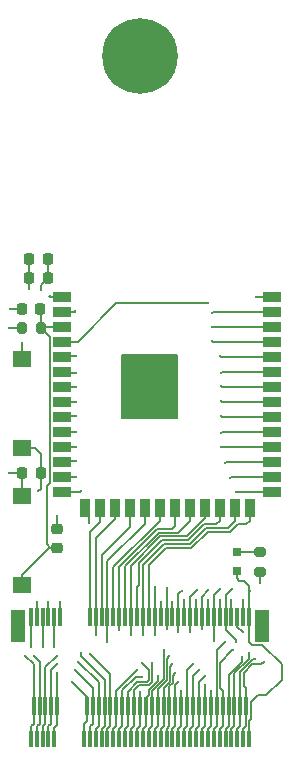
<source format=gbr>
%TF.GenerationSoftware,KiCad,Pcbnew,7.0.5*%
%TF.CreationDate,2023-09-25T03:15:30-05:00*%
%TF.ProjectId,Chimera_Nimean,4368696d-6572-4615-9f4e-696d65616e2e,rev?*%
%TF.SameCoordinates,Original*%
%TF.FileFunction,Copper,L1,Top*%
%TF.FilePolarity,Positive*%
%FSLAX46Y46*%
G04 Gerber Fmt 4.6, Leading zero omitted, Abs format (unit mm)*
G04 Created by KiCad (PCBNEW 7.0.5) date 2023-09-25 03:15:30*
%MOMM*%
%LPD*%
G01*
G04 APERTURE LIST*
G04 Aperture macros list*
%AMRoundRect*
0 Rectangle with rounded corners*
0 $1 Rounding radius*
0 $2 $3 $4 $5 $6 $7 $8 $9 X,Y pos of 4 corners*
0 Add a 4 corners polygon primitive as box body*
4,1,4,$2,$3,$4,$5,$6,$7,$8,$9,$2,$3,0*
0 Add four circle primitives for the rounded corners*
1,1,$1+$1,$2,$3*
1,1,$1+$1,$4,$5*
1,1,$1+$1,$6,$7*
1,1,$1+$1,$8,$9*
0 Add four rect primitives between the rounded corners*
20,1,$1+$1,$2,$3,$4,$5,0*
20,1,$1+$1,$4,$5,$6,$7,0*
20,1,$1+$1,$6,$7,$8,$9,0*
20,1,$1+$1,$8,$9,$2,$3,0*%
G04 Aperture macros list end*
%TA.AperFunction,ComponentPad*%
%ADD10C,3.600000*%
%TD*%
%TA.AperFunction,ConnectorPad*%
%ADD11C,6.400000*%
%TD*%
%TA.AperFunction,SMDPad,CuDef*%
%ADD12RoundRect,0.225000X0.250000X-0.225000X0.250000X0.225000X-0.250000X0.225000X-0.250000X-0.225000X0*%
%TD*%
%TA.AperFunction,SMDPad,CuDef*%
%ADD13RoundRect,0.225000X-0.225000X-0.250000X0.225000X-0.250000X0.225000X0.250000X-0.225000X0.250000X0*%
%TD*%
%TA.AperFunction,SMDPad,CuDef*%
%ADD14R,0.800000X0.800000*%
%TD*%
%TA.AperFunction,SMDPad,CuDef*%
%ADD15R,0.350000X1.450000*%
%TD*%
%TA.AperFunction,SMDPad,CuDef*%
%ADD16R,1.500000X1.400000*%
%TD*%
%TA.AperFunction,SMDPad,CuDef*%
%ADD17R,1.300000X2.800000*%
%TD*%
%TA.AperFunction,SMDPad,CuDef*%
%ADD18R,0.300000X1.550013*%
%TD*%
%TA.AperFunction,SMDPad,CuDef*%
%ADD19R,0.300000X1.524003*%
%TD*%
%TA.AperFunction,SMDPad,CuDef*%
%ADD20R,1.500000X0.900000*%
%TD*%
%TA.AperFunction,SMDPad,CuDef*%
%ADD21R,0.900000X1.500000*%
%TD*%
%TA.AperFunction,SMDPad,CuDef*%
%ADD22R,0.900000X0.900000*%
%TD*%
%TA.AperFunction,SMDPad,CuDef*%
%ADD23RoundRect,0.225000X0.225000X0.250000X-0.225000X0.250000X-0.225000X-0.250000X0.225000X-0.250000X0*%
%TD*%
%TA.AperFunction,SMDPad,CuDef*%
%ADD24RoundRect,0.200000X-0.200000X-0.275000X0.200000X-0.275000X0.200000X0.275000X-0.200000X0.275000X0*%
%TD*%
%TA.AperFunction,SMDPad,CuDef*%
%ADD25RoundRect,0.200000X0.275000X-0.200000X0.275000X0.200000X-0.275000X0.200000X-0.275000X-0.200000X0*%
%TD*%
%TA.AperFunction,ViaPad*%
%ADD26C,0.330000*%
%TD*%
%TA.AperFunction,Conductor*%
%ADD27C,0.127000*%
%TD*%
G04 APERTURE END LIST*
D10*
%TO.P,H1,1*%
%TO.N,N/C*%
X155000000Y-71000000D03*
D11*
X155000000Y-71000000D03*
%TD*%
D12*
%TO.P,C5,1*%
%TO.N,EN*%
X148000000Y-112600000D03*
%TO.P,C5,2*%
%TO.N,GND*%
X148000000Y-111050000D03*
%TD*%
D13*
%TO.P,C2,1*%
%TO.N,+3V3*%
X145625000Y-88200000D03*
%TO.P,C2,2*%
%TO.N,GND*%
X147175000Y-88200000D03*
%TD*%
D14*
%TO.P,LED1,2,+*%
%TO.N,Net-(LED1-+)*%
X163196571Y-113000533D03*
%TO.P,LED1,1,-*%
%TO.N,GND*%
X163203429Y-114599467D03*
%TD*%
D15*
%TO.P,U2,1,1*%
%TO.N,GND*%
X164250000Y-128825000D03*
%TO.P,U2,3,1*%
%TO.N,Net-(CN1-1-Pad74)*%
X163750000Y-128825000D03*
%TO.P,U2,5,1*%
%TO.N,Net-(CN1-1-Pad72)*%
X163250000Y-128825000D03*
%TO.P,U2,7,1*%
%TO.N,Net-(CN1-1-Pad70)*%
X162750000Y-128825000D03*
%TO.P,U2,9,1*%
%TO.N,Net-(CN1-1-Pad68)*%
X162250000Y-128825000D03*
%TO.P,U2,11,1*%
%TO.N,Net-(CN1-1-Pad66)*%
X161750000Y-128825000D03*
%TO.P,U2,13,13*%
%TO.N,Net-(CN1-20-Pad64)*%
X161250000Y-128825000D03*
%TO.P,U2,15,15*%
%TO.N,Net-(CN1-20-Pad62)*%
X160750000Y-128825000D03*
%TO.P,U2,17,17*%
%TO.N,Net-(CN1-20-Pad60)*%
X160250000Y-128825000D03*
%TO.P,U2,19,19*%
%TO.N,Net-(CN1-20-Pad58)*%
X159750000Y-128825000D03*
%TO.P,U2,21,20*%
%TO.N,Net-(CN1-20-Pad56)*%
X159250000Y-128825000D03*
%TO.P,U2,23,20*%
%TO.N,Net-(CN1-20-Pad54)*%
X158750000Y-128825000D03*
%TO.P,U2,25,20*%
%TO.N,Net-(CN1-20-Pad52)*%
X158250000Y-128825000D03*
%TO.P,U2,27,20*%
%TO.N,IO4*%
X157750000Y-128825000D03*
%TO.P,U2,29,20*%
%TO.N,IO5*%
X157250000Y-128825000D03*
%TO.P,U2,31,20*%
%TO.N,IO6*%
X156750000Y-128825000D03*
%TO.P,U2,33,20*%
%TO.N,IO7*%
X156250000Y-128825000D03*
%TO.P,U2,35,20*%
%TO.N,IO15*%
X155750000Y-128825000D03*
%TO.P,U2,37,20*%
%TO.N,IO16*%
X155250000Y-128825000D03*
%TO.P,U2,39,20*%
%TO.N,IO17*%
X154750000Y-128825000D03*
%TO.P,U2,41,20*%
%TO.N,IO18*%
X154250000Y-128825000D03*
%TO.P,U2,43,20*%
%TO.N,IO8*%
X153750000Y-128825000D03*
%TO.P,U2,45,20*%
%TO.N,IO19*%
X153250000Y-128825000D03*
%TO.P,U2,47,20*%
%TO.N,IO20*%
X152750000Y-128825000D03*
%TO.P,U2,49,20*%
%TO.N,Net-(CN1-20-Pad28)*%
X152250000Y-128825000D03*
%TO.P,U2,51,20*%
%TO.N,Net-(CN1-20-Pad26)*%
X151750000Y-128825000D03*
%TO.P,U2,53,20*%
%TO.N,Net-(CN1-20-Pad24)*%
X151250000Y-128825000D03*
%TO.P,U2,55,20*%
%TO.N,Net-(CN1-20-Pad22)*%
X150750000Y-128825000D03*
%TO.P,U2,57,20*%
%TO.N,Net-(CN1-Pad20)*%
X150250000Y-128825000D03*
%TO.P,U2,67,1*%
%TO.N,Net-(CN1-1-Pad10)*%
X147750000Y-128825000D03*
%TO.P,U2,69,1*%
%TO.N,Net-(CN1-1-Pad8)*%
X147250000Y-128825000D03*
%TO.P,U2,71,1*%
%TO.N,Net-(CN1-1-Pad6)*%
X146750000Y-128825000D03*
%TO.P,U2,73,1*%
%TO.N,Net-(CN1-1-Pad4)*%
X146250000Y-128825000D03*
%TO.P,U2,75,1*%
%TO.N,Net-(CN1-1-Pad2)*%
X145750000Y-128825000D03*
%TD*%
D16*
%TO.P,SW2,1,1*%
%TO.N,EN*%
X145000000Y-115799848D03*
%TO.P,SW2,2,2*%
%TO.N,GND*%
X145000000Y-108200152D03*
%TD*%
D17*
%TO.P,CN1,77*%
%TO.N,N/C*%
X144650051Y-119224918D03*
%TO.P,CN1,76*%
X165350077Y-119224918D03*
D18*
%TO.P,CN1,1,1*%
%TO.N,+3V3*%
X145750128Y-118500000D03*
%TO.P,CN1,2,1*%
%TO.N,Net-(CN1-1-Pad2)*%
X146000064Y-126049912D03*
%TO.P,CN1,3,1*%
%TO.N,Net-(CN1-1-Pad3)*%
X146250000Y-118500000D03*
%TO.P,CN1,4,1*%
%TO.N,Net-(CN1-1-Pad4)*%
X146500191Y-126049912D03*
%TO.P,CN1,5,1*%
%TO.N,Net-(CN1-1-Pad5)*%
X146750128Y-118500000D03*
%TO.P,CN1,6,1*%
%TO.N,Net-(CN1-1-Pad6)*%
X147000064Y-126049912D03*
%TO.P,CN1,7,1*%
%TO.N,Net-(CN1-1-Pad7)*%
X147250000Y-118500000D03*
%TO.P,CN1,8,1*%
%TO.N,Net-(CN1-1-Pad8)*%
X147500191Y-126049912D03*
%TO.P,CN1,9,1*%
%TO.N,Net-(CN1-1-Pad9)*%
X147750128Y-118500000D03*
%TO.P,CN1,10,1*%
%TO.N,Net-(CN1-1-Pad10)*%
X148000064Y-126049912D03*
%TO.P,CN1,11,1*%
%TO.N,IO3*%
X148250000Y-118500000D03*
%TO.P,CN1,20,20*%
%TO.N,Net-(CN1-Pad20)*%
X150500191Y-126049912D03*
%TO.P,CN1,21,20*%
%TO.N,IO46*%
X150750128Y-118500000D03*
%TO.P,CN1,22,20*%
%TO.N,Net-(CN1-20-Pad22)*%
X151000064Y-126049912D03*
%TO.P,CN1,23,20*%
%TO.N,IO9*%
X151250000Y-118500000D03*
%TO.P,CN1,24,20*%
%TO.N,Net-(CN1-20-Pad24)*%
X151500191Y-126049912D03*
%TO.P,CN1,25,20*%
%TO.N,IO10*%
X151750128Y-118500000D03*
%TO.P,CN1,26,20*%
%TO.N,Net-(CN1-20-Pad26)*%
X152000064Y-126049912D03*
%TO.P,CN1,27,20*%
%TO.N,IO11*%
X152250000Y-118500000D03*
%TO.P,CN1,28,20*%
%TO.N,Net-(CN1-20-Pad28)*%
X152500191Y-126049912D03*
%TO.P,CN1,29,20*%
%TO.N,IO12*%
X152750128Y-118500000D03*
%TO.P,CN1,30,20*%
%TO.N,IO20*%
X153000064Y-126049912D03*
%TO.P,CN1,31,20*%
%TO.N,IO13*%
X153250000Y-118500000D03*
%TO.P,CN1,32,20*%
%TO.N,IO19*%
X153500191Y-126049912D03*
%TO.P,CN1,33,20*%
%TO.N,IO14*%
X153750128Y-118500000D03*
%TO.P,CN1,34,20*%
%TO.N,IO8*%
X154000064Y-126049912D03*
%TO.P,CN1,35,20*%
%TO.N,IO21*%
X154250000Y-118500000D03*
%TO.P,CN1,36,20*%
%TO.N,IO18*%
X154500191Y-126049912D03*
%TO.P,CN1,37,20*%
%TO.N,IO47*%
X154750128Y-118500000D03*
%TO.P,CN1,38,20*%
%TO.N,IO17*%
X155000064Y-126049912D03*
%TO.P,CN1,39,20*%
%TO.N,IO48*%
X155250000Y-118500000D03*
%TO.P,CN1,40,20*%
%TO.N,IO16*%
X155500191Y-126049912D03*
%TO.P,CN1,41,20*%
%TO.N,IO45*%
X155750128Y-118500000D03*
%TO.P,CN1,42,20*%
%TO.N,IO15*%
X156000064Y-126049658D03*
%TO.P,CN1,43,20*%
%TO.N,IO1*%
X156250000Y-118500000D03*
%TO.P,CN1,44,20*%
%TO.N,IO7*%
X156500191Y-126049658D03*
%TO.P,CN1,45,20*%
%TO.N,IO2*%
X156750128Y-118500000D03*
%TO.P,CN1,46,20*%
%TO.N,IO6*%
X157000064Y-126049658D03*
%TO.P,CN1,47,20*%
%TO.N,TXD0*%
X157250000Y-118500000D03*
%TO.P,CN1,48,20*%
%TO.N,IO5*%
X157500191Y-126049658D03*
%TO.P,CN1,49,20*%
%TO.N,RXD0*%
X157750128Y-118500000D03*
%TO.P,CN1,50,20*%
%TO.N,IO4*%
X158000064Y-126049658D03*
%TO.P,CN1,51,20*%
%TO.N,IO42*%
X158250000Y-118500000D03*
%TO.P,CN1,52,20*%
%TO.N,Net-(CN1-20-Pad52)*%
X158500191Y-126049658D03*
%TO.P,CN1,53,20*%
%TO.N,IO41*%
X158750128Y-118500000D03*
%TO.P,CN1,54,20*%
%TO.N,Net-(CN1-20-Pad54)*%
X159000064Y-126049658D03*
%TO.P,CN1,55,20*%
%TO.N,IO40*%
X159250000Y-118500000D03*
%TO.P,CN1,56,20*%
%TO.N,Net-(CN1-20-Pad56)*%
X159500191Y-126049658D03*
%TO.P,CN1,57,20*%
%TO.N,IO39*%
X159750128Y-118500000D03*
%TO.P,CN1,58,20*%
%TO.N,Net-(CN1-20-Pad58)*%
X160000064Y-126049658D03*
%TO.P,CN1,67,1*%
%TO.N,BOOT*%
X162250000Y-118500000D03*
%TO.P,CN1,68,1*%
%TO.N,Net-(CN1-1-Pad68)*%
X162500191Y-126049658D03*
%TO.P,CN1,69,1*%
%TO.N,Net-(CN1-1-Pad69)*%
X162750128Y-118500000D03*
%TO.P,CN1,70,1*%
%TO.N,Net-(CN1-1-Pad70)*%
X163000064Y-126049658D03*
%TO.P,CN1,71,1*%
%TO.N,Net-(CN1-1-Pad71)*%
X163250000Y-118500000D03*
%TO.P,CN1,72,1*%
%TO.N,Net-(CN1-1-Pad72)*%
X163500191Y-126049658D03*
%TO.P,CN1,73,1*%
%TO.N,Net-(CN1-1-Pad73)*%
X163750128Y-118500000D03*
%TO.P,CN1,74,1*%
%TO.N,Net-(CN1-1-Pad74)*%
X164000064Y-126049658D03*
%TO.P,CN1,75,1*%
%TO.N,GND*%
X164250000Y-118500000D03*
D19*
%TO.P,CN1,65,20*%
%TO.N,IO35*%
X161750128Y-118499746D03*
%TO.P,CN1,63,20*%
%TO.N,IO36*%
X161250000Y-118499746D03*
%TO.P,CN1,61,20*%
%TO.N,IO37*%
X160750128Y-118499746D03*
%TO.P,CN1,59,20*%
%TO.N,IO38*%
X160250000Y-118499746D03*
%TO.P,CN1,66,1*%
%TO.N,Net-(CN1-1-Pad66)*%
X162000064Y-126049658D03*
%TO.P,CN1,64,20*%
%TO.N,Net-(CN1-20-Pad64)*%
X161500191Y-126049658D03*
%TO.P,CN1,62,20*%
%TO.N,Net-(CN1-20-Pad62)*%
X161000064Y-126049658D03*
%TO.P,CN1,60,20*%
%TO.N,Net-(CN1-20-Pad60)*%
X160500191Y-126049658D03*
%TD*%
D16*
%TO.P,SW1,1,1*%
%TO.N,BOOT*%
X145000000Y-104199848D03*
%TO.P,SW1,2,2*%
%TO.N,GND*%
X145000000Y-96600152D03*
%TD*%
D20*
%TO.P,U1,1,GND*%
%TO.N,GND*%
X148400406Y-91359982D03*
%TO.P,U1,2,3V3*%
%TO.N,+3V3*%
X148400406Y-92629985D03*
%TO.P,U1,3,EN*%
%TO.N,EN*%
X148400406Y-93899987D03*
%TO.P,U1,4,IO4*%
%TO.N,IO4*%
X148400406Y-95169990D03*
%TO.P,U1,5,IO5*%
%TO.N,IO5*%
X148400406Y-96439992D03*
%TO.P,U1,6,IO6*%
%TO.N,IO6*%
X148400406Y-97709995D03*
%TO.P,U1,7,IO7*%
%TO.N,IO7*%
X148400406Y-98979997D03*
%TO.P,U1,8,IO15*%
%TO.N,IO15*%
X148400406Y-100250000D03*
%TO.P,U1,9,IO16*%
%TO.N,IO16*%
X148400406Y-101520002D03*
%TO.P,U1,10,IO17*%
%TO.N,IO17*%
X148400406Y-102790005D03*
%TO.P,U1,11,IO18*%
%TO.N,IO18*%
X148400406Y-104060007D03*
%TO.P,U1,12,IO8*%
%TO.N,IO8*%
X148400406Y-105330010D03*
%TO.P,U1,13,IO19*%
%TO.N,IO19*%
X148400406Y-106600013D03*
%TO.P,U1,14,IO20*%
%TO.N,IO20*%
X148400406Y-107870015D03*
D21*
%TO.P,U1,15,IO3*%
%TO.N,IO3*%
X150315316Y-109269304D03*
%TO.P,U1,16,IO46*%
%TO.N,IO46*%
X151585319Y-109269304D03*
%TO.P,U1,17,IO9*%
%TO.N,IO9*%
X152855321Y-109269304D03*
%TO.P,U1,18,IO10*%
%TO.N,IO10*%
X154125324Y-109269304D03*
%TO.P,U1,19,IO11*%
%TO.N,IO11*%
X155395326Y-109269304D03*
%TO.P,U1,20,IO12*%
%TO.N,IO12*%
X156665329Y-109269304D03*
%TO.P,U1,21,IO13*%
%TO.N,IO13*%
X157935331Y-109269304D03*
%TO.P,U1,22,IO14*%
%TO.N,IO14*%
X159205334Y-109269304D03*
%TO.P,U1,23,IO21*%
%TO.N,IO21*%
X160475336Y-109269304D03*
%TO.P,U1,24,IO47*%
%TO.N,IO47*%
X161745339Y-109269304D03*
%TO.P,U1,25,IO48*%
%TO.N,IO48*%
X163015341Y-109269304D03*
%TO.P,U1,26,IO45*%
%TO.N,IO45*%
X164285344Y-109269304D03*
D20*
%TO.P,U1,27,IO0*%
%TO.N,BOOT*%
X166200000Y-107870015D03*
%TO.P,U1,28,IO35*%
%TO.N,IO35*%
X166200000Y-106600013D03*
%TO.P,U1,29,IO36*%
%TO.N,IO36*%
X166200000Y-105330010D03*
%TO.P,U1,30,IO37*%
%TO.N,IO37*%
X166200000Y-104060007D03*
%TO.P,U1,31,IO38*%
%TO.N,IO38*%
X166200000Y-102790005D03*
%TO.P,U1,32,IO39*%
%TO.N,IO39*%
X166200000Y-101520002D03*
%TO.P,U1,33,IO40*%
%TO.N,IO40*%
X166200000Y-100250000D03*
%TO.P,U1,34,IO41*%
%TO.N,IO41*%
X166200000Y-98979997D03*
%TO.P,U1,35,IO42*%
%TO.N,IO42*%
X166200000Y-97709995D03*
%TO.P,U1,36,RXD0*%
%TO.N,RXD0*%
X166200000Y-96439992D03*
%TO.P,U1,37,TXD0*%
%TO.N,TXD0*%
X166200000Y-95169990D03*
%TO.P,U1,38,IO2*%
%TO.N,IO2*%
X166200000Y-93899987D03*
%TO.P,U1,39,IO1*%
%TO.N,IO1*%
X166200000Y-92629985D03*
%TO.P,U1,40,GND*%
%TO.N,GND*%
X166200000Y-91359982D03*
D22*
%TO.P,U1,41,EP*%
X155800711Y-99079566D03*
X154400660Y-99079566D03*
X157200762Y-99079566D03*
X157200762Y-97679515D03*
X155800711Y-97679515D03*
X154400660Y-97679515D03*
X154400660Y-100479616D03*
X155800711Y-100479616D03*
X157200762Y-100479616D03*
%TD*%
D23*
%TO.P,C3,1*%
%TO.N,EN*%
X146575000Y-92400000D03*
%TO.P,C3,2*%
%TO.N,GND*%
X145025000Y-92400000D03*
%TD*%
D13*
%TO.P,C1,1*%
%TO.N,+3V3*%
X145625000Y-89800000D03*
%TO.P,C1,2*%
%TO.N,GND*%
X147175000Y-89800000D03*
%TD*%
D24*
%TO.P,R1,1*%
%TO.N,+3V3*%
X144975000Y-94000000D03*
%TO.P,R1,2*%
%TO.N,EN*%
X146625000Y-94000000D03*
%TD*%
D23*
%TO.P,C4,1*%
%TO.N,BOOT*%
X146600000Y-106300000D03*
%TO.P,C4,2*%
%TO.N,GND*%
X145050000Y-106300000D03*
%TD*%
D25*
%TO.P,R2,1*%
%TO.N,+3V3*%
X165200000Y-114650000D03*
%TO.P,R2,2*%
%TO.N,Net-(LED1-+)*%
X165200000Y-113000000D03*
%TD*%
D26*
%TO.N,GND*%
X164300000Y-116300000D03*
%TO.N,BOOT*%
X146400000Y-107800000D03*
%TO.N,Net-(CN1-1-Pad2)*%
X145250000Y-121750000D03*
%TO.N,Net-(CN1-1-Pad4)*%
X146000000Y-121750000D03*
%TO.N,Net-(CN1-1-Pad6)*%
X148000000Y-121750000D03*
%TO.N,Net-(CN1-1-Pad8)*%
X148000000Y-122500000D03*
%TO.N,Net-(CN1-1-Pad10)*%
X148000000Y-123250000D03*
%TO.N,Net-(CN1-20-Pad58)*%
X160500000Y-123500000D03*
%TO.N,Net-(CN1-20-Pad60)*%
X160500191Y-124250000D03*
%TO.N,Net-(CN1-20-Pad62)*%
X161000064Y-124750000D03*
%TO.N,Net-(CN1-20-Pad64)*%
X162200000Y-120600000D03*
%TO.N,Net-(CN1-1-Pad66)*%
X162900000Y-121300000D03*
%TO.N,Net-(CN1-1-Pad68)*%
X163600000Y-121900000D03*
%TO.N,Net-(CN1-1-Pad70)*%
X164250000Y-121500000D03*
%TO.N,Net-(CN1-1-Pad72)*%
X164750000Y-122000000D03*
%TO.N,Net-(CN1-1-Pad74)*%
X165500000Y-122250000D03*
%TO.N,Net-(CN1-1-Pad3)*%
X146250000Y-117250000D03*
%TO.N,Net-(CN1-1-Pad5)*%
X146750000Y-121000000D03*
%TO.N,Net-(CN1-1-Pad7)*%
X147250000Y-117250000D03*
%TO.N,Net-(CN1-1-Pad69)*%
X162750000Y-117000000D03*
%TO.N,Net-(CN1-1-Pad71)*%
X163700000Y-119750000D03*
%TO.N,Net-(CN1-1-Pad73)*%
X163750000Y-117000000D03*
%TO.N,GND*%
X153700000Y-98400000D03*
X144000000Y-92400000D03*
X156500000Y-101200000D03*
X155100000Y-101200000D03*
X155100000Y-96900000D03*
X143900000Y-106300000D03*
X156500000Y-96900000D03*
X145000000Y-95300000D03*
X153700000Y-99800000D03*
X157900000Y-99800000D03*
X148000000Y-109900000D03*
X157900000Y-98400000D03*
X164800000Y-91400000D03*
X156500000Y-98400000D03*
X155100000Y-99800000D03*
X155100000Y-98400000D03*
X146600000Y-90800000D03*
X156500000Y-99800000D03*
X147342873Y-91310718D03*
X163800000Y-115400000D03*
%TO.N,+3V3*%
X149500000Y-92600000D03*
X165200000Y-115600000D03*
X145750000Y-121000000D03*
X145625000Y-90675000D03*
X143900000Y-94000000D03*
%TO.N,IO4*%
X160800000Y-91900000D03*
X158250000Y-124000000D03*
%TO.N,IO5*%
X149600000Y-96400000D03*
X158000000Y-123250000D03*
%TO.N,IO1*%
X156250000Y-120000000D03*
X156300000Y-115900000D03*
X161100000Y-92700000D03*
%TO.N,IO6*%
X157750000Y-122500000D03*
X149600000Y-97800000D03*
%TO.N,IO2*%
X161100000Y-93900000D03*
X156750000Y-117250000D03*
%TO.N,IO7*%
X149600000Y-99000000D03*
X157500000Y-121750000D03*
%TO.N,TXD0*%
X161100000Y-95100000D03*
X157250000Y-119500000D03*
X157250000Y-116000000D03*
%TO.N,IO15*%
X157000000Y-121250000D03*
X149600000Y-100300000D03*
%TO.N,RXD0*%
X161800000Y-96400000D03*
X157750000Y-117250000D03*
%TO.N,IO16*%
X149600000Y-101500000D03*
X156500000Y-123500000D03*
%TO.N,IO42*%
X161900000Y-97800000D03*
X158600000Y-116300000D03*
X158250000Y-119750000D03*
%TO.N,IO17*%
X155000000Y-124800000D03*
X149600000Y-102800000D03*
%TO.N,IO41*%
X161900000Y-98900000D03*
X158750000Y-117000000D03*
%TO.N,IO18*%
X149600000Y-104100000D03*
X156000000Y-122400000D03*
%TO.N,IO40*%
X159800000Y-116200000D03*
X161900000Y-100200000D03*
X159250000Y-119750000D03*
%TO.N,IO8*%
X155200000Y-122400000D03*
X149600000Y-105300000D03*
%TO.N,IO39*%
X159750000Y-117000000D03*
X161900000Y-101500000D03*
%TO.N,IO19*%
X149600000Y-106600000D03*
X155173977Y-123573977D03*
%TO.N,IO38*%
X160800000Y-116200000D03*
X161900000Y-102900000D03*
X160250000Y-119500000D03*
%TO.N,IO20*%
X150000000Y-107800000D03*
X154762500Y-122987500D03*
%TO.N,IO37*%
X160750000Y-117000000D03*
X161900000Y-104100000D03*
%TO.N,IO45*%
X155750000Y-117250000D03*
%TO.N,IO36*%
X161800000Y-116100000D03*
X161250000Y-120500000D03*
X162200000Y-105400000D03*
%TO.N,IO48*%
X155250000Y-120000000D03*
%TO.N,IO35*%
X162600000Y-106700000D03*
X161750000Y-117000000D03*
%TO.N,IO47*%
X154750000Y-117250000D03*
%TO.N,BOOT*%
X162800000Y-116100000D03*
X163160605Y-120560605D03*
X163100000Y-107900000D03*
%TO.N,IO21*%
X154250000Y-120000000D03*
%TO.N,IO14*%
X153750000Y-117250000D03*
%TO.N,IO13*%
X153250000Y-119600000D03*
%TO.N,IO12*%
X152750000Y-117250000D03*
%TO.N,IO11*%
X152250000Y-120600000D03*
%TO.N,IO10*%
X151750000Y-117250000D03*
%TO.N,IO9*%
X151250000Y-120000000D03*
%TO.N,IO46*%
X150750000Y-117000000D03*
%TO.N,IO3*%
X150700000Y-110500000D03*
X148250000Y-117250000D03*
%TO.N,Net-(CN1-1-Pad9)*%
X147750000Y-121000000D03*
%TO.N,Net-(CN1-Pad20)*%
X149250000Y-124000000D03*
%TO.N,Net-(CN1-20-Pad22)*%
X149500000Y-123000000D03*
%TO.N,Net-(CN1-20-Pad24)*%
X149750000Y-122250000D03*
%TO.N,Net-(CN1-20-Pad26)*%
X150000000Y-121500000D03*
%TO.N,Net-(CN1-20-Pad28)*%
X150800000Y-121600000D03*
%TO.N,Net-(CN1-20-Pad52)*%
X158500000Y-124750000D03*
%TO.N,Net-(CN1-20-Pad54)*%
X159500000Y-122500000D03*
%TO.N,Net-(CN1-20-Pad56)*%
X160000000Y-123000000D03*
%TD*%
D27*
%TO.N,GND*%
X164250000Y-116250000D02*
X164250000Y-115850000D01*
X164300000Y-116300000D02*
X164250000Y-116250000D01*
X164250000Y-116350000D02*
X164300000Y-116300000D01*
X164250000Y-118500000D02*
X164250000Y-116350000D01*
X164250000Y-115850000D02*
X163800000Y-115400000D01*
X163400000Y-115400000D02*
X163800000Y-115400000D01*
X163203429Y-115203429D02*
X163400000Y-115400000D01*
X163203429Y-114599467D02*
X163203429Y-115203429D01*
%TO.N,Net-(CN1-1-Pad66)*%
X162000064Y-124745873D02*
X162000064Y-126049658D01*
X161754191Y-124500000D02*
X162000064Y-124745873D01*
X161754191Y-122355019D02*
X161754191Y-124500000D01*
X162809210Y-121300000D02*
X161754191Y-122355019D01*
X162900000Y-121300000D02*
X162809210Y-121300000D01*
%TO.N,Net-(CN1-1-Pad68)*%
X162500191Y-123393352D02*
X162500191Y-126049658D01*
X163600000Y-122293543D02*
X162500191Y-123393352D01*
X163600000Y-121900000D02*
X163600000Y-122293543D01*
%TO.N,GND*%
X164250000Y-120555841D02*
X164250000Y-118500000D01*
X164509577Y-120815418D02*
X164250000Y-120555841D01*
X165315418Y-120815418D02*
X164509577Y-120815418D01*
X167000000Y-122500000D02*
X165315418Y-120815418D01*
X167000000Y-123800000D02*
X167000000Y-122500000D01*
X165700000Y-125100000D02*
X167000000Y-123800000D01*
X165000000Y-125100000D02*
X165700000Y-125100000D01*
X164400000Y-127100000D02*
X164400000Y-125700000D01*
X164254064Y-127245936D02*
X164400000Y-127100000D01*
X164400000Y-125700000D02*
X165000000Y-125100000D01*
X164254064Y-127805146D02*
X164254064Y-127245936D01*
X164250000Y-128800000D02*
X164250000Y-127809210D01*
X164250000Y-127809210D02*
X164254064Y-127805146D01*
%TO.N,Net-(CN1-Pad20)*%
X150500191Y-127249809D02*
X150500191Y-126049912D01*
X150250000Y-128800000D02*
X150250000Y-127500000D01*
X150250000Y-127500000D02*
X150500191Y-127249809D01*
%TO.N,Net-(CN1-20-Pad22)*%
X151000064Y-127499936D02*
X151000064Y-126049912D01*
X150750000Y-127750000D02*
X151000064Y-127499936D01*
X150750000Y-128800000D02*
X150750000Y-127750000D01*
%TO.N,Net-(CN1-20-Pad24)*%
X151500191Y-127749809D02*
X151500191Y-126049912D01*
X151250000Y-128000000D02*
X151500191Y-127749809D01*
X151250000Y-128800000D02*
X151250000Y-128000000D01*
%TO.N,Net-(CN1-20-Pad26)*%
X152000064Y-127749936D02*
X152000064Y-126049912D01*
X151750000Y-128000000D02*
X152000064Y-127749936D01*
X151750000Y-128800000D02*
X151750000Y-128000000D01*
%TO.N,Net-(CN1-20-Pad28)*%
X152500191Y-127749809D02*
X152500191Y-126049912D01*
X152250000Y-128000000D02*
X152500191Y-127749809D01*
X152250000Y-128800000D02*
X152250000Y-128000000D01*
%TO.N,IO20*%
X152750000Y-128000000D02*
X153000064Y-127749936D01*
X152750000Y-128800000D02*
X152750000Y-128000000D01*
X153000064Y-127749936D02*
X153000064Y-126049912D01*
%TO.N,IO19*%
X153500191Y-127699809D02*
X153500191Y-126049912D01*
X153250000Y-127950000D02*
X153500191Y-127699809D01*
X153250000Y-128800000D02*
X153250000Y-127950000D01*
%TO.N,IO8*%
X154000064Y-127699936D02*
X154000064Y-126049912D01*
X153750000Y-127950000D02*
X154000064Y-127699936D01*
X153750000Y-128800000D02*
X153750000Y-127950000D01*
%TO.N,IO18*%
X154500191Y-127699809D02*
X154500191Y-126049912D01*
X154250000Y-127950000D02*
X154500191Y-127699809D01*
X154250000Y-128800000D02*
X154250000Y-127950000D01*
%TO.N,IO17*%
X154750000Y-127950000D02*
X155000064Y-127699936D01*
X155000064Y-127699936D02*
X155000064Y-126049912D01*
X154750000Y-128800000D02*
X154750000Y-127950000D01*
%TO.N,IO16*%
X155250000Y-127950000D02*
X155500191Y-127699809D01*
X155500191Y-127699809D02*
X155500191Y-126049912D01*
X155250000Y-128800000D02*
X155250000Y-127950000D01*
%TO.N,IO15*%
X156000064Y-127699936D02*
X156000064Y-126049658D01*
X155750000Y-127950000D02*
X156000064Y-127699936D01*
X155750000Y-128800000D02*
X155750000Y-127950000D01*
%TO.N,IO7*%
X156500191Y-127699809D02*
X156500191Y-126049658D01*
X156250000Y-127950000D02*
X156500191Y-127699809D01*
X156250000Y-128800000D02*
X156250000Y-127950000D01*
%TO.N,IO6*%
X157000064Y-127684436D02*
X157000064Y-126049658D01*
X156750000Y-127934500D02*
X157000064Y-127684436D01*
X156750000Y-128800000D02*
X156750000Y-127934500D01*
%TO.N,IO5*%
X157500191Y-127699809D02*
X157500191Y-126049658D01*
X157250000Y-127950000D02*
X157500191Y-127699809D01*
X157250000Y-128800000D02*
X157250000Y-127950000D01*
%TO.N,IO4*%
X157750000Y-127950000D02*
X158000064Y-127699936D01*
X158000064Y-127699936D02*
X158000064Y-126049658D01*
X157750000Y-128800000D02*
X157750000Y-127950000D01*
%TO.N,Net-(CN1-20-Pad52)*%
X158500191Y-127699809D02*
X158500191Y-126049658D01*
X158250000Y-127950000D02*
X158500191Y-127699809D01*
X158250000Y-128800000D02*
X158250000Y-127950000D01*
%TO.N,Net-(CN1-20-Pad54)*%
X159000064Y-127699936D02*
X159000064Y-126049658D01*
X158750000Y-127950000D02*
X159000064Y-127699936D01*
X158750000Y-128800000D02*
X158750000Y-127950000D01*
%TO.N,Net-(CN1-20-Pad56)*%
X159250000Y-127950000D02*
X159500191Y-127699809D01*
X159500191Y-127699809D02*
X159500191Y-126049658D01*
X159250000Y-128800000D02*
X159250000Y-127950000D01*
%TO.N,Net-(CN1-20-Pad58)*%
X160000064Y-127711436D02*
X160000064Y-126049658D01*
X159750000Y-127961500D02*
X160000064Y-127711436D01*
X159750000Y-128800000D02*
X159750000Y-127961500D01*
%TO.N,Net-(CN1-20-Pad60)*%
X160250000Y-127950000D02*
X160500191Y-127699809D01*
X160500191Y-127699809D02*
X160500191Y-126049658D01*
X160250000Y-128800000D02*
X160250000Y-127950000D01*
%TO.N,Net-(CN1-20-Pad62)*%
X161000064Y-127699936D02*
X161000064Y-126049658D01*
X160750000Y-127950000D02*
X161000064Y-127699936D01*
X160750000Y-128800000D02*
X160750000Y-127950000D01*
%TO.N,Net-(CN1-20-Pad64)*%
X161500191Y-127699809D02*
X161500191Y-126049658D01*
X161250000Y-127950000D02*
X161500191Y-127699809D01*
X161250000Y-128800000D02*
X161250000Y-127950000D01*
%TO.N,Net-(CN1-1-Pad66)*%
X162000064Y-127699936D02*
X162000064Y-126049658D01*
X161750000Y-127950000D02*
X162000064Y-127699936D01*
X161750000Y-128800000D02*
X161750000Y-127950000D01*
%TO.N,Net-(CN1-1-Pad68)*%
X162500191Y-127699809D02*
X162500191Y-126049658D01*
X162250000Y-128800000D02*
X162250000Y-127950000D01*
X162250000Y-127950000D02*
X162500191Y-127699809D01*
%TO.N,Net-(CN1-1-Pad70)*%
X163000064Y-127699936D02*
X163000064Y-126049658D01*
X162750000Y-127950000D02*
X163000064Y-127699936D01*
X162750000Y-128800000D02*
X162750000Y-127950000D01*
%TO.N,Net-(CN1-1-Pad72)*%
X163500191Y-127699809D02*
X163500191Y-126049658D01*
X163250000Y-127950000D02*
X163500191Y-127699809D01*
X163250000Y-128800000D02*
X163250000Y-127950000D01*
%TO.N,Net-(CN1-1-Pad74)*%
X164000064Y-127699936D02*
X164000064Y-126049658D01*
X163750000Y-127950000D02*
X164000064Y-127699936D01*
X163750000Y-128800000D02*
X163750000Y-127950000D01*
%TO.N,Net-(CN1-1-Pad4)*%
X146500191Y-127499809D02*
X146500191Y-126049912D01*
X146250000Y-127750000D02*
X146500191Y-127499809D01*
X146250000Y-128800000D02*
X146250000Y-127750000D01*
%TO.N,Net-(CN1-1-Pad6)*%
X147000064Y-127499936D02*
X147000064Y-126049912D01*
X146750000Y-127750000D02*
X147000064Y-127499936D01*
X146750000Y-128800000D02*
X146750000Y-127750000D01*
%TO.N,Net-(CN1-1-Pad8)*%
X147500191Y-127499809D02*
X147500191Y-126049912D01*
X147250000Y-127750000D02*
X147500191Y-127499809D01*
X147250000Y-128800000D02*
X147250000Y-127750000D01*
%TO.N,Net-(CN1-1-Pad10)*%
X148000064Y-127599936D02*
X148000064Y-126049912D01*
X147750000Y-127850000D02*
X148000064Y-127599936D01*
X147750000Y-128800000D02*
X147750000Y-127850000D01*
%TO.N,Net-(CN1-1-Pad2)*%
X145750000Y-127750000D02*
X146000064Y-127499936D01*
X145750000Y-128750000D02*
X145750000Y-127750000D01*
X146000064Y-127499936D02*
X146000064Y-126049912D01*
%TO.N,BOOT*%
X146600000Y-107600000D02*
X146400000Y-107800000D01*
X146600000Y-106300000D02*
X146600000Y-107600000D01*
%TO.N,EN*%
X147400000Y-94775000D02*
X146625000Y-94000000D01*
X147100000Y-107400000D02*
X147400000Y-107100000D01*
X147100000Y-112300000D02*
X147100000Y-107400000D01*
X147400000Y-107100000D02*
X147400000Y-94775000D01*
X147400000Y-112600000D02*
X147100000Y-112300000D01*
X148000000Y-112600000D02*
X147400000Y-112600000D01*
%TO.N,Net-(CN1-1-Pad2)*%
X146000064Y-126049912D02*
X146000064Y-122500064D01*
X146000064Y-122500064D02*
X145250000Y-121750000D01*
%TO.N,Net-(CN1-1-Pad4)*%
X146500191Y-122250191D02*
X146000000Y-121750000D01*
X146500191Y-126049912D02*
X146500191Y-122250191D01*
%TO.N,Net-(CN1-1-Pad6)*%
X147000064Y-122749936D02*
X148000000Y-121750000D01*
X147000064Y-126049912D02*
X147000064Y-122749936D01*
%TO.N,Net-(CN1-1-Pad8)*%
X147500191Y-126049912D02*
X147500191Y-122999809D01*
X147500191Y-122999809D02*
X148000000Y-122500000D01*
%TO.N,Net-(CN1-1-Pad10)*%
X148000064Y-126049912D02*
X148000064Y-123250064D01*
X148000064Y-123250064D02*
X148000000Y-123250000D01*
%TO.N,Net-(CN1-20-Pad58)*%
X160500000Y-123500000D02*
X160000064Y-123999936D01*
X160000064Y-123999936D02*
X160000064Y-126049658D01*
%TO.N,Net-(CN1-20-Pad60)*%
X160500191Y-124250000D02*
X160500191Y-126049658D01*
%TO.N,Net-(CN1-20-Pad62)*%
X161000064Y-124750000D02*
X161000064Y-126049658D01*
%TO.N,Net-(CN1-20-Pad64)*%
X161500191Y-121299809D02*
X161500191Y-126049658D01*
X162200000Y-120600000D02*
X161500191Y-121299809D01*
%TO.N,Net-(CN1-1-Pad70)*%
X164250000Y-122002753D02*
X164250000Y-121500000D01*
X163000064Y-126049658D02*
X163000064Y-123252689D01*
X163000064Y-123252689D02*
X164250000Y-122002753D01*
%TO.N,Net-(CN1-1-Pad72)*%
X163500191Y-126049658D02*
X163500191Y-123111772D01*
X164055982Y-122555981D02*
X164611963Y-122000000D01*
X163500191Y-123111772D02*
X164055982Y-122555981D01*
X164611963Y-122000000D02*
X164750000Y-122000000D01*
%TO.N,Net-(CN1-1-Pad74)*%
X165250000Y-122500000D02*
X164500000Y-122500000D01*
X164000064Y-124496634D02*
X164000064Y-126049658D01*
X164500000Y-122500000D02*
X163782564Y-123217436D01*
X163782564Y-124279134D02*
X164000064Y-124496634D01*
X165500000Y-122250000D02*
X165250000Y-122500000D01*
X163782564Y-123217436D02*
X163782564Y-124279134D01*
%TO.N,Net-(CN1-1-Pad3)*%
X146250000Y-117250000D02*
X146250000Y-118500000D01*
%TO.N,Net-(CN1-1-Pad5)*%
X146750128Y-120999872D02*
X146750128Y-118500000D01*
X146750000Y-121000000D02*
X146750128Y-120999872D01*
%TO.N,Net-(CN1-1-Pad7)*%
X147250000Y-118500000D02*
X147250000Y-117250000D01*
%TO.N,Net-(CN1-1-Pad69)*%
X162750000Y-117000000D02*
X162750128Y-117000128D01*
X162750128Y-117000128D02*
X162750128Y-118500000D01*
%TO.N,Net-(CN1-1-Pad71)*%
X163250000Y-119300000D02*
X163250000Y-118500000D01*
X163700000Y-119750000D02*
X163250000Y-119300000D01*
%TO.N,Net-(CN1-1-Pad73)*%
X163750000Y-117000000D02*
X163750128Y-117000128D01*
X163750128Y-117000128D02*
X163750128Y-118500000D01*
%TO.N,GND*%
X146600000Y-90400000D02*
X147175000Y-89825000D01*
X157200762Y-99079566D02*
X157200762Y-99100762D01*
X155800711Y-97679515D02*
X155800711Y-97700711D01*
X145000000Y-108200152D02*
X145000000Y-106350000D01*
X147175000Y-89800000D02*
X147175000Y-88200000D01*
X148400406Y-91359982D02*
X147359982Y-91359982D01*
X147310718Y-91310718D02*
X147342873Y-91310718D01*
X144000000Y-106300000D02*
X143900000Y-106300000D01*
X145000000Y-106350000D02*
X145050000Y-106300000D01*
X157200762Y-100479616D02*
X157200762Y-100499238D01*
X154400660Y-97679515D02*
X154400660Y-97699340D01*
X155800711Y-99079566D02*
X155800711Y-99100711D01*
X154400660Y-99079566D02*
X154400660Y-99100660D01*
X155800711Y-97679515D02*
X155800711Y-97699289D01*
X155800711Y-100479616D02*
X155800711Y-100499289D01*
X154400660Y-97679515D02*
X154400660Y-97599340D01*
X147175000Y-89825000D02*
X147175000Y-89800000D01*
X148000000Y-111050000D02*
X148000000Y-109900000D01*
X147359982Y-91359982D02*
X147310718Y-91310718D01*
X155800711Y-97679515D02*
X155800711Y-97599289D01*
X164840018Y-91359982D02*
X164800000Y-91400000D01*
X154400660Y-99079566D02*
X154400660Y-99099340D01*
X166200000Y-91359982D02*
X164840018Y-91359982D01*
X145000000Y-96600152D02*
X145000000Y-95300000D01*
X145025000Y-92400000D02*
X144000000Y-92400000D01*
X146600000Y-90800000D02*
X146600000Y-90400000D01*
X145050000Y-106300000D02*
X144000000Y-106300000D01*
X157200762Y-97679515D02*
X157200762Y-97700762D01*
%TO.N,+3V3*%
X149470015Y-92629985D02*
X148400406Y-92629985D01*
X145750000Y-121000000D02*
X145750128Y-120999872D01*
X149500000Y-92600000D02*
X149470015Y-92629985D01*
X144975000Y-94000000D02*
X143900000Y-94000000D01*
X145625000Y-89800000D02*
X145625000Y-90675000D01*
X165200000Y-114650000D02*
X165200000Y-115600000D01*
X145750128Y-120999872D02*
X145750128Y-118500000D01*
X145625000Y-89800000D02*
X145625000Y-88200000D01*
X145600000Y-90700000D02*
X145625000Y-90675000D01*
%TO.N,EN*%
X146625000Y-92450000D02*
X146575000Y-92400000D01*
X146725013Y-93899987D02*
X148400406Y-93899987D01*
X146625000Y-94000000D02*
X146725013Y-93899987D01*
X146625000Y-94000000D02*
X146625000Y-92450000D01*
%TO.N,BOOT*%
X146099848Y-104199848D02*
X145000000Y-104199848D01*
X146600000Y-106300000D02*
X146600000Y-104700000D01*
X146600000Y-104700000D02*
X146099848Y-104199848D01*
%TO.N,EN*%
X145000000Y-115799848D02*
X145000000Y-114900000D01*
X147300000Y-112600000D02*
X148000000Y-112600000D01*
X145000000Y-114900000D02*
X147300000Y-112600000D01*
%TO.N,IO4*%
X148400406Y-95169990D02*
X149730010Y-95169990D01*
X149730010Y-95169990D02*
X153000000Y-91900000D01*
X158000064Y-124249936D02*
X158250000Y-124000000D01*
X158000064Y-126049658D02*
X158000064Y-124249936D01*
X153000000Y-91900000D02*
X160800000Y-91900000D01*
%TO.N,IO5*%
X157500191Y-124327439D02*
X157762000Y-124065630D01*
X157762000Y-123750000D02*
X157762000Y-123488000D01*
X149600000Y-96400000D02*
X148440398Y-96400000D01*
X157762000Y-123488000D02*
X158000000Y-123250000D01*
X148440398Y-96400000D02*
X148400406Y-96439992D01*
X157762000Y-124065630D02*
X157762000Y-123750000D01*
X157500191Y-126049658D02*
X157500191Y-124327439D01*
%TO.N,IO1*%
X156250000Y-115950000D02*
X156250000Y-118500000D01*
X161170015Y-92629985D02*
X166200000Y-92629985D01*
X156300000Y-115900000D02*
X156250000Y-115950000D01*
X156250000Y-120000000D02*
X156250000Y-118500000D01*
X161100000Y-92700000D02*
X161170015Y-92629985D01*
%TO.N,IO6*%
X157000064Y-124468356D02*
X157508000Y-123960420D01*
X157508000Y-123250000D02*
X157508000Y-122742000D01*
X157508000Y-123960420D02*
X157508000Y-123750000D01*
X157000064Y-126049658D02*
X157000064Y-124468356D01*
X157508000Y-123750000D02*
X157508000Y-123250000D01*
X149600000Y-97800000D02*
X148490411Y-97800000D01*
X157508000Y-122742000D02*
X157750000Y-122500000D01*
X148490411Y-97800000D02*
X148400406Y-97709995D01*
%TO.N,IO2*%
X156750128Y-118500000D02*
X156750128Y-117250128D01*
X161100013Y-93899987D02*
X161100000Y-93900000D01*
X166200000Y-93899987D02*
X161100013Y-93899987D01*
X156750128Y-117250128D02*
X156750000Y-117250000D01*
%TO.N,IO7*%
X156500191Y-124609019D02*
X157004000Y-124105210D01*
X148400406Y-98979997D02*
X149579997Y-98979997D01*
X149579997Y-98979997D02*
X149600000Y-99000000D01*
X157004000Y-124105210D02*
X157254000Y-123855210D01*
X157254000Y-123855210D02*
X157254000Y-123000000D01*
X157254000Y-121996000D02*
X157500000Y-121750000D01*
X157254000Y-123000000D02*
X157254000Y-121996000D01*
X156500191Y-126049658D02*
X156500191Y-124609019D01*
%TO.N,TXD0*%
X161100000Y-95100000D02*
X161169990Y-95169990D01*
X157250000Y-118500000D02*
X157250000Y-119500000D01*
X157250000Y-116000000D02*
X157250000Y-118500000D01*
X161169990Y-95169990D02*
X166200000Y-95169990D01*
%TO.N,IO15*%
X148450406Y-100300000D02*
X148400406Y-100250000D01*
X149600000Y-100300000D02*
X148450406Y-100300000D01*
X156000064Y-126049658D02*
X156000064Y-124749936D01*
X156000064Y-124749936D02*
X157000000Y-123750000D01*
X157000000Y-123750000D02*
X157000000Y-121250000D01*
%TO.N,RXD0*%
X157750000Y-117250000D02*
X157750000Y-118499872D01*
X161839992Y-96439992D02*
X166200000Y-96439992D01*
X157750000Y-118499872D02*
X157750128Y-118500000D01*
X161800000Y-96400000D02*
X161839992Y-96439992D01*
%TO.N,IO16*%
X149600000Y-101500000D02*
X148420408Y-101500000D01*
X155500191Y-125330025D02*
X155746064Y-125084152D01*
X155746064Y-125084152D02*
X155746064Y-124644726D01*
X156500000Y-123890790D02*
X156500000Y-123500000D01*
X148420408Y-101500000D02*
X148400406Y-101520002D01*
X155746064Y-124644726D02*
X156500000Y-123890790D01*
X155500191Y-126049912D02*
X155500191Y-125330025D01*
%TO.N,IO42*%
X158250000Y-116550000D02*
X158500000Y-116300000D01*
X161990005Y-97709995D02*
X166200000Y-97709995D01*
X161900000Y-97800000D02*
X161990005Y-97709995D01*
X158500000Y-116300000D02*
X158600000Y-116300000D01*
X158250000Y-118500000D02*
X158250000Y-116550000D01*
X158250000Y-119750000D02*
X158250000Y-118500000D01*
%TO.N,IO17*%
X148410401Y-102800000D02*
X148400406Y-102790005D01*
X149600000Y-102800000D02*
X148410401Y-102800000D01*
X155000000Y-124800000D02*
X155000064Y-124800064D01*
X155000064Y-124800064D02*
X155000064Y-126049912D01*
%TO.N,IO41*%
X158750000Y-117000000D02*
X158750128Y-117000128D01*
X161900000Y-98900000D02*
X161979997Y-98979997D01*
X158750128Y-117000128D02*
X158750128Y-118500000D01*
X161979997Y-98979997D02*
X166200000Y-98979997D01*
%TO.N,IO18*%
X148440399Y-104100000D02*
X148400406Y-104060007D01*
X156000000Y-124000000D02*
X155734064Y-124265936D01*
X154500191Y-124699809D02*
X154500191Y-126049912D01*
X149600000Y-104100000D02*
X148440399Y-104100000D01*
X155734064Y-124265936D02*
X154934064Y-124265936D01*
X156000000Y-122400000D02*
X156000000Y-124000000D01*
X154934064Y-124265936D02*
X154500191Y-124699809D01*
%TO.N,IO40*%
X161950000Y-100250000D02*
X166200000Y-100250000D01*
X159250000Y-118500000D02*
X159250000Y-116750000D01*
X159250000Y-116750000D02*
X159800000Y-116200000D01*
X161900000Y-100200000D02*
X161950000Y-100250000D01*
X159250000Y-119750000D02*
X159250000Y-118500000D01*
%TO.N,IO8*%
X155588064Y-124011936D02*
X154788064Y-124011936D01*
X155746000Y-122946000D02*
X155746000Y-123854000D01*
X154000064Y-124799936D02*
X154000064Y-126049912D01*
X155746000Y-123854000D02*
X155588064Y-124011936D01*
X155200000Y-122400000D02*
X155746000Y-122946000D01*
X154788064Y-124011936D02*
X154000064Y-124799936D01*
X148430416Y-105300000D02*
X148400406Y-105330010D01*
X149600000Y-105300000D02*
X148430416Y-105300000D01*
%TO.N,IO39*%
X161900000Y-101500000D02*
X161920002Y-101520002D01*
X159750128Y-117000128D02*
X159750128Y-118500000D01*
X159750000Y-117000000D02*
X159750128Y-117000128D01*
X161920002Y-101520002D02*
X166200000Y-101520002D01*
%TO.N,IO19*%
X153500191Y-124699809D02*
X153500191Y-126049912D01*
X154626023Y-123573977D02*
X153500191Y-124699809D01*
X149600000Y-106600000D02*
X148400419Y-106600000D01*
X155173977Y-123573977D02*
X154626023Y-123573977D01*
X148400419Y-106600000D02*
X148400406Y-106600013D01*
%TO.N,IO38*%
X160250000Y-118499746D02*
X160250000Y-116750000D01*
X160250000Y-119500000D02*
X160250000Y-118499746D01*
X162009995Y-102790005D02*
X161900000Y-102900000D01*
X160250000Y-116750000D02*
X160800000Y-116200000D01*
X166200000Y-102790005D02*
X162009995Y-102790005D01*
%TO.N,IO20*%
X153000064Y-124749936D02*
X153000064Y-126049912D01*
X150000000Y-107800000D02*
X149929985Y-107870015D01*
X149929985Y-107870015D02*
X148400406Y-107870015D01*
X154762500Y-122987500D02*
X153000064Y-124749936D01*
%TO.N,IO37*%
X161939993Y-104060007D02*
X166200000Y-104060007D01*
X161900000Y-104100000D02*
X161939993Y-104060007D01*
X160750128Y-117000128D02*
X160750128Y-118499746D01*
X160750000Y-117000000D02*
X160750128Y-117000128D01*
%TO.N,IO45*%
X164285344Y-110314656D02*
X164285344Y-109269304D01*
X162608448Y-111254000D02*
X163262448Y-110600000D01*
X157165000Y-112635000D02*
X159352344Y-112635000D01*
X160733344Y-111254000D02*
X162608448Y-111254000D01*
X155750000Y-117250000D02*
X155750000Y-114050000D01*
X159352344Y-112635000D02*
X160733344Y-111254000D01*
X155750000Y-114050000D02*
X157165000Y-112635000D01*
X163262448Y-110600000D02*
X164000000Y-110600000D01*
X155750000Y-118499872D02*
X155750128Y-118500000D01*
X155750000Y-117250000D02*
X155750000Y-118499872D01*
X164000000Y-110600000D02*
X164285344Y-110314656D01*
%TO.N,IO36*%
X161250000Y-118499746D02*
X161250000Y-116650000D01*
X162200000Y-105400000D02*
X162269990Y-105330010D01*
X161250000Y-120500000D02*
X161250000Y-118499746D01*
X161250000Y-116650000D02*
X161800000Y-116100000D01*
X162269990Y-105330010D02*
X166200000Y-105330010D01*
%TO.N,IO48*%
X157004240Y-112308000D02*
X159216896Y-112308000D01*
X155250000Y-118500000D02*
X155250000Y-114062240D01*
X155250000Y-114062240D02*
X157004240Y-112308000D01*
X162473000Y-110927000D02*
X163015341Y-110384659D01*
X163015341Y-110384659D02*
X163015341Y-109269304D01*
X159216896Y-112308000D02*
X160597896Y-110927000D01*
X155250000Y-120000000D02*
X155250000Y-118500000D01*
X160597896Y-110927000D02*
X162473000Y-110927000D01*
%TO.N,IO35*%
X161750000Y-117000000D02*
X161750128Y-117000128D01*
X162699987Y-106600013D02*
X166200000Y-106600013D01*
X161750128Y-117000128D02*
X161750128Y-118499746D01*
X162600000Y-106700000D02*
X162699987Y-106600013D01*
%TO.N,IO47*%
X154923000Y-115791470D02*
X154923000Y-113926792D01*
X154750000Y-115964470D02*
X154923000Y-115791470D01*
X161459210Y-110600000D02*
X161745339Y-110313871D01*
X154923000Y-113926792D02*
X156868792Y-111981000D01*
X154750000Y-118499872D02*
X154750128Y-118500000D01*
X159081448Y-111981000D02*
X160462448Y-110600000D01*
X154750000Y-117250000D02*
X154750000Y-118499872D01*
X160462448Y-110600000D02*
X161459210Y-110600000D01*
X161745339Y-110313871D02*
X161745339Y-109269304D01*
X154750000Y-117250000D02*
X154750000Y-115964470D01*
X156868792Y-111981000D02*
X159081448Y-111981000D01*
%TO.N,BOOT*%
X163100000Y-107900000D02*
X163129985Y-107870015D01*
X162250000Y-118500000D02*
X162250000Y-116650000D01*
X163160605Y-120560605D02*
X163160605Y-120460605D01*
X163160605Y-120460605D02*
X162250000Y-119550000D01*
X163129985Y-107870015D02*
X166200000Y-107870015D01*
X162250000Y-119550000D02*
X162250000Y-118500000D01*
X162250000Y-116650000D02*
X162800000Y-116100000D01*
%TO.N,IO21*%
X154250000Y-118500000D02*
X154250000Y-114137344D01*
X160475336Y-110124664D02*
X160475336Y-109269304D01*
X154250000Y-114137344D02*
X156733344Y-111654000D01*
X156733344Y-111654000D02*
X158946000Y-111654000D01*
X158946000Y-111654000D02*
X160475336Y-110124664D01*
X154250000Y-120000000D02*
X154250000Y-118500000D01*
%TO.N,IO14*%
X159205334Y-110384488D02*
X159205334Y-109269304D01*
X153750000Y-114174896D02*
X156597896Y-111327000D01*
X153750000Y-117250000D02*
X153750000Y-114174896D01*
X158262822Y-111327000D02*
X159205334Y-110384488D01*
X153750000Y-118499872D02*
X153750128Y-118500000D01*
X153750000Y-117250000D02*
X153750000Y-118499872D01*
X156597896Y-111327000D02*
X158262822Y-111327000D01*
%TO.N,IO13*%
X153250000Y-114212448D02*
X156462448Y-111000000D01*
X157717196Y-111000000D02*
X157935331Y-110781865D01*
X153250000Y-119600000D02*
X153250000Y-118500000D01*
X156462448Y-111000000D02*
X157717196Y-111000000D01*
X157935331Y-110781865D02*
X157935331Y-109269304D01*
X153250000Y-118500000D02*
X153250000Y-114212448D01*
%TO.N,IO12*%
X152750000Y-117250000D02*
X152750000Y-118499872D01*
X156665329Y-110334671D02*
X156665329Y-109269304D01*
X152750000Y-114250000D02*
X156665329Y-110334671D01*
X152750000Y-118499872D02*
X152750128Y-118500000D01*
X152750000Y-117250000D02*
X152750000Y-114250000D01*
%TO.N,IO11*%
X152250000Y-118500000D02*
X152250000Y-113750000D01*
X155395326Y-110604674D02*
X155395326Y-109269304D01*
X152250000Y-118500000D02*
X152250000Y-120600000D01*
X152250000Y-113750000D02*
X155395326Y-110604674D01*
%TO.N,IO10*%
X151750000Y-117250000D02*
X151750000Y-113250000D01*
X154125324Y-110874676D02*
X154125324Y-109269304D01*
X151750000Y-117250000D02*
X151750000Y-118499872D01*
X151750000Y-113250000D02*
X154125324Y-110874676D01*
X151750000Y-118499872D02*
X151750128Y-118500000D01*
%TO.N,IO9*%
X152855321Y-110144679D02*
X152855321Y-109269304D01*
X151250000Y-118500000D02*
X151250000Y-111750000D01*
X151250000Y-120000000D02*
X151250000Y-118500000D01*
X151250000Y-111750000D02*
X152855321Y-110144679D01*
%TO.N,IO46*%
X150750000Y-117000000D02*
X150750000Y-111250000D01*
X150750000Y-117000000D02*
X150750000Y-118499872D01*
X150750000Y-111250000D02*
X151585319Y-110414681D01*
X151585319Y-110414681D02*
X151585319Y-109269304D01*
X150750000Y-118499872D02*
X150750128Y-118500000D01*
%TO.N,IO3*%
X150700000Y-110500000D02*
X150700000Y-109653988D01*
X150700000Y-109653988D02*
X150315316Y-109269304D01*
X148250000Y-117250000D02*
X148250000Y-118500000D01*
%TO.N,Net-(CN1-1-Pad9)*%
X147750128Y-118500000D02*
X147750128Y-120999872D01*
X147750128Y-120999872D02*
X147750000Y-121000000D01*
%TO.N,Net-(CN1-Pad20)*%
X150500191Y-125250191D02*
X150500191Y-126049912D01*
X149250000Y-124000000D02*
X150500191Y-125250191D01*
%TO.N,Net-(CN1-20-Pad22)*%
X149500000Y-123000000D02*
X151000064Y-124500064D01*
X151000064Y-124500064D02*
X151000064Y-126049912D01*
%TO.N,Net-(CN1-20-Pad24)*%
X149750000Y-122250000D02*
X151500191Y-124000191D01*
X151500191Y-124000191D02*
X151500191Y-126049912D01*
%TO.N,Net-(CN1-20-Pad26)*%
X152000064Y-123800064D02*
X152000064Y-126049912D01*
X150000000Y-121800000D02*
X152000064Y-123800064D01*
X150000000Y-121500000D02*
X150000000Y-121800000D01*
%TO.N,Net-(CN1-20-Pad28)*%
X152500191Y-123300191D02*
X152500191Y-126049912D01*
X150800000Y-121600000D02*
X152500191Y-123300191D01*
%TO.N,Net-(CN1-20-Pad52)*%
X158500191Y-124750191D02*
X158500000Y-124750000D01*
X158500191Y-126049658D02*
X158500191Y-124750191D01*
%TO.N,Net-(CN1-20-Pad54)*%
X159000064Y-122999936D02*
X159000064Y-126049658D01*
X159500000Y-122500000D02*
X159000064Y-122999936D01*
%TO.N,Net-(CN1-20-Pad56)*%
X160000000Y-123000000D02*
X159500191Y-123499809D01*
X159500191Y-123499809D02*
X159500191Y-126049658D01*
%TO.N,Net-(LED1-+)*%
X165199467Y-113000533D02*
X165200000Y-113000000D01*
X163196571Y-113000533D02*
X165199467Y-113000533D01*
%TD*%
%TA.AperFunction,Conductor*%
%TO.N,GND*%
G36*
X158143039Y-96219685D02*
G01*
X158188794Y-96272489D01*
X158200000Y-96324000D01*
X158200000Y-101576000D01*
X158180315Y-101643039D01*
X158127511Y-101688794D01*
X158076000Y-101700000D01*
X153524000Y-101700000D01*
X153456961Y-101680315D01*
X153411206Y-101627511D01*
X153400000Y-101576000D01*
X153400000Y-96324000D01*
X153419685Y-96256961D01*
X153472489Y-96211206D01*
X153524000Y-96200000D01*
X158076000Y-96200000D01*
X158143039Y-96219685D01*
G37*
%TD.AperFunction*%
%TD*%
M02*

</source>
